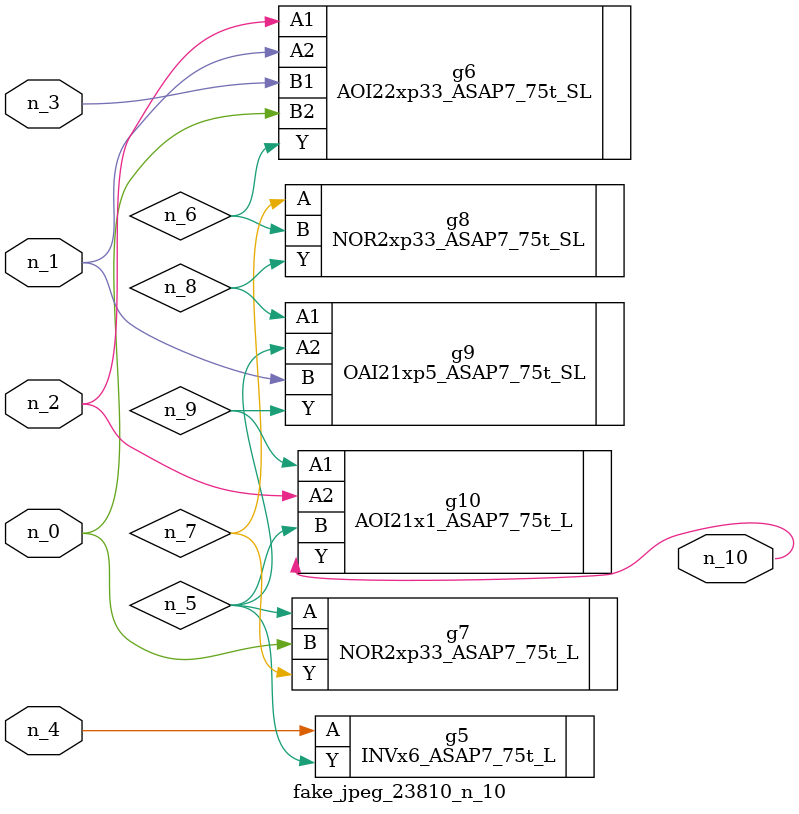
<source format=v>
module fake_jpeg_23810_n_10 (n_3, n_2, n_1, n_0, n_4, n_10);

input n_3;
input n_2;
input n_1;
input n_0;
input n_4;

output n_10;

wire n_8;
wire n_9;
wire n_6;
wire n_5;
wire n_7;

INVx6_ASAP7_75t_L g5 ( 
.A(n_4),
.Y(n_5)
);

AOI22xp33_ASAP7_75t_SL g6 ( 
.A1(n_2),
.A2(n_1),
.B1(n_3),
.B2(n_0),
.Y(n_6)
);

NOR2xp33_ASAP7_75t_L g7 ( 
.A(n_5),
.B(n_0),
.Y(n_7)
);

NOR2xp33_ASAP7_75t_SL g8 ( 
.A(n_7),
.B(n_6),
.Y(n_8)
);

OAI21xp5_ASAP7_75t_SL g9 ( 
.A1(n_8),
.A2(n_5),
.B(n_1),
.Y(n_9)
);

AOI21x1_ASAP7_75t_L g10 ( 
.A1(n_9),
.A2(n_2),
.B(n_5),
.Y(n_10)
);


endmodule
</source>
